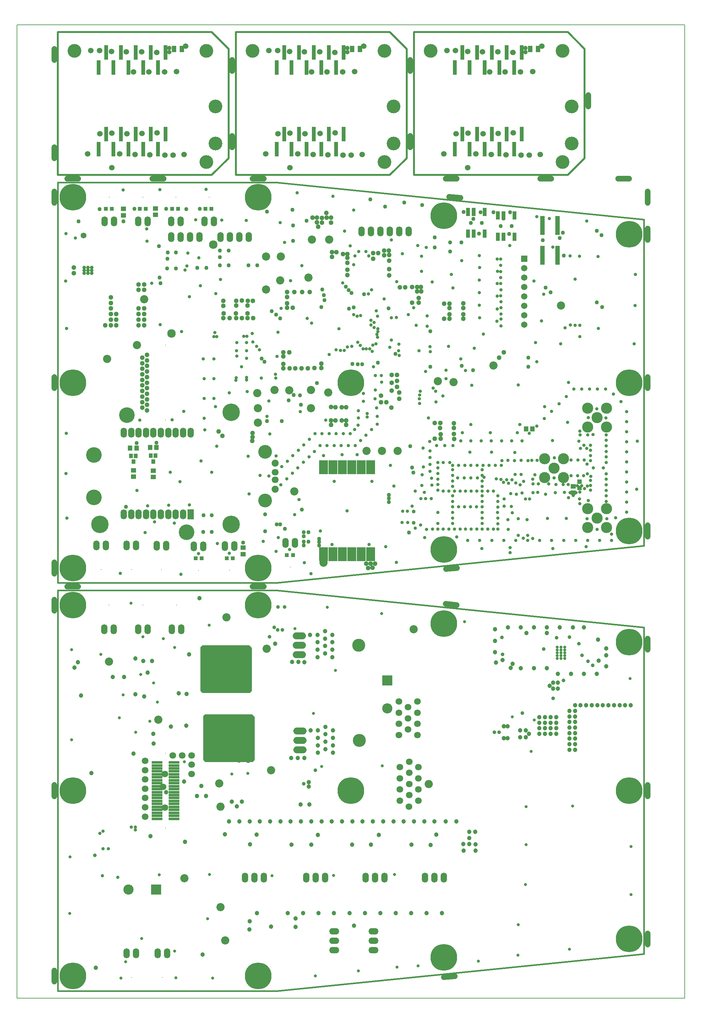
<source format=gbs>
G04 Layer_Color=16711935*
%FSLAX44Y44*%
%MOMM*%
G71*
G01*
G75*
%ADD47C,0.5000*%
%ADD53C,0.2000*%
%ADD55C,0.4000*%
%ADD102C,1.3000*%
%ADD132C,1.5000*%
%ADD146R,2.9032X0.7032*%
%ADD149R,1.0032X1.2032*%
%ADD157R,1.2032X1.7032*%
%ADD160R,1.2032X1.2032*%
%ADD169R,1.3208X1.2192*%
%ADD170R,1.2192X1.3208*%
%ADD190R,1.0160X1.0160*%
%ADD192C,0.2032*%
%ADD193C,4.2032*%
%ADD194C,4.7032*%
%ADD195O,1.7032X2.7032*%
%ADD196R,1.7032X2.7032*%
%ADD197C,1.1032*%
%ADD198O,1.7032X2.7032*%
%ADD199C,1.9032*%
%ADD200O,1.9032X1.7032*%
%ADD201C,3.7032*%
%ADD202C,3.0032*%
%ADD203C,1.0162*%
%ADD204C,7.2032*%
%ADD205C,1.0032*%
%ADD206C,2.2032*%
%ADD207C,1.7032*%
%ADD208R,1.7032X1.7032*%
%ADD209C,0.9000*%
%ADD210C,1.1000*%
%ADD211C,2.3000*%
%ADD212C,1.5700*%
%ADD213C,0.8032*%
%ADD214O,3.5560X1.8796*%
%ADD215C,3.5052*%
%ADD216R,2.7432X2.7432*%
%ADD217C,2.7432*%
%ADD218R,2.7432X2.7432*%
%ADD219O,2.7032X1.7032*%
%ADD220C,1.8032*%
%ADD221C,1.2032*%
%ADD222C,0.9032*%
%ADD223C,1.5032*%
%ADD224R,2.4932X3.7032*%
%ADD225R,1.0032X2.2032*%
%ADD226R,1.2032X5.2032*%
%ADD227R,1.0032X3.9032*%
G36*
X764000Y986000D02*
X771000Y979000D01*
Y863000D01*
X765000Y857000D01*
X638000D01*
X632000Y863000D01*
X632000Y981000D01*
X637000Y986000D01*
X764000Y986000D01*
D02*
G37*
G36*
X756000Y1172000D02*
X763000Y1165000D01*
Y1049000D01*
X757000Y1043000D01*
X630000D01*
X624000Y1049000D01*
X624000Y1167000D01*
X629000Y1172000D01*
X756000Y1172000D01*
D02*
G37*
D47*
X240000Y2825000D02*
Y2440000D01*
X655000D01*
X700000Y2485000D02*
X655000Y2440000D01*
X700000Y2780000D02*
Y2485000D01*
X655000Y2825000D02*
X700000Y2780000D01*
X240000Y2825000D02*
X655000D01*
X720000D02*
Y2440000D01*
X1135000D01*
X1180000Y2485000D02*
X1135000Y2440000D01*
X1180000Y2780000D02*
Y2485000D01*
X1135000Y2825000D02*
X1180000Y2780000D01*
X720000Y2825000D02*
X1135000D01*
X1200000D02*
Y2440000D01*
X1615000D01*
X1660000Y2485000D02*
X1615000Y2440000D01*
X1660000Y2780000D02*
Y2485000D01*
X1615000Y2825000D02*
X1660000Y2780000D01*
X1200000Y2825000D02*
X1615000D01*
D53*
X130000Y220000D02*
Y2845000D01*
X1930000D01*
Y220000D02*
Y2845000D01*
X130000Y220000D02*
X1930000D01*
D55*
X240000Y1340000D02*
Y2420000D01*
X830000D01*
X1820000Y2320000D01*
X240000Y1340000D02*
X830000D01*
X1820000Y1440000D02*
Y2320000D01*
X830000Y1340000D02*
X1820000Y1440000D01*
X240000Y240000D02*
Y1320000D01*
Y240000D02*
X830000D01*
X1820000Y340000D01*
X240000Y1320000D02*
X830000D01*
X1820000Y1220000D01*
Y340000D02*
Y1220000D01*
D102*
X1153805Y1900540D02*
D03*
X1111000Y1827000D02*
D03*
X1125000D02*
D03*
X1088500Y1380833D02*
D03*
X1076500Y1380500D02*
D03*
X1070750Y1392000D02*
D03*
X1094500D02*
D03*
X1082750Y1392250D02*
D03*
X764000Y1723000D02*
D03*
X764250Y1733500D02*
D03*
X764500Y1744250D02*
D03*
X848000Y1951000D02*
D03*
X1103000Y2229000D02*
D03*
X1090000D02*
D03*
Y2214000D02*
D03*
X858000Y2094000D02*
D03*
X1111000Y1845000D02*
D03*
X848000Y1962000D02*
D03*
X864000D02*
D03*
X397500Y2035000D02*
D03*
X382500D02*
D03*
X367500D02*
D03*
X397500Y2050000D02*
D03*
Y2065000D02*
D03*
X382500Y2050000D02*
D03*
Y2065000D02*
D03*
Y2080000D02*
D03*
Y2095000D02*
D03*
Y2110000D02*
D03*
X282500Y2190000D02*
D03*
Y2175000D02*
D03*
X472500Y2035000D02*
D03*
X457500D02*
D03*
X472500Y2050000D02*
D03*
X457500D02*
D03*
X472500Y2065000D02*
D03*
X457500D02*
D03*
X472500Y2080000D02*
D03*
X457500D02*
D03*
X472500Y2130000D02*
D03*
X457500D02*
D03*
X472500Y2145000D02*
D03*
X457500D02*
D03*
X480000Y1805000D02*
D03*
Y1820000D02*
D03*
Y1835000D02*
D03*
Y1850000D02*
D03*
Y1865000D02*
D03*
Y1880000D02*
D03*
Y1895000D02*
D03*
Y1910000D02*
D03*
Y1925000D02*
D03*
Y1940000D02*
D03*
Y1955000D02*
D03*
X467500Y1947500D02*
D03*
Y1932500D02*
D03*
Y1917500D02*
D03*
Y1902500D02*
D03*
Y1887500D02*
D03*
Y1872500D02*
D03*
Y1857500D02*
D03*
Y1842500D02*
D03*
Y1827500D02*
D03*
Y1812500D02*
D03*
X873000Y2082000D02*
D03*
X858000D02*
D03*
X1429250Y1947250D02*
D03*
X1442000Y1961750D02*
D03*
X964250Y2324750D02*
D03*
X976250D02*
D03*
X976500Y2311750D02*
D03*
X951750D02*
D03*
Y2324250D02*
D03*
X926750Y2324750D02*
D03*
X938500Y2325000D02*
D03*
Y2312000D02*
D03*
X963750Y2337750D02*
D03*
X942000Y2300750D02*
D03*
X857750Y2110750D02*
D03*
X857500Y2124000D02*
D03*
X877500Y2124250D02*
D03*
X898500D02*
D03*
X918500D02*
D03*
X1008500Y2227000D02*
D03*
X1020650D02*
D03*
X1020500Y2216250D02*
D03*
Y2203000D02*
D03*
Y2184750D02*
D03*
Y2170250D02*
D03*
X1119500Y2223750D02*
D03*
Y2236250D02*
D03*
X1132500D02*
D03*
X1132750Y2224000D02*
D03*
X1133000Y2209250D02*
D03*
X1133250Y2186250D02*
D03*
X1133304Y2169553D02*
D03*
X1208250Y2125750D02*
D03*
X1219000D02*
D03*
X1218750Y2137750D02*
D03*
X1208000D02*
D03*
X1194750Y2137500D02*
D03*
X1176500Y2137000D02*
D03*
X1161750D02*
D03*
X1194750Y2095750D02*
D03*
X1212750D02*
D03*
X1212500Y2108250D02*
D03*
X979250Y2219000D02*
D03*
X979000Y2232000D02*
D03*
X991000Y2232250D02*
D03*
X847750Y1930750D02*
D03*
X847500Y1918500D02*
D03*
X864250Y1918750D02*
D03*
X879500D02*
D03*
X897000Y1919000D02*
D03*
X913750D02*
D03*
X931500Y1919250D02*
D03*
X949750Y1919500D02*
D03*
Y1931250D02*
D03*
X686500Y2067000D02*
D03*
X686250Y2054000D02*
D03*
X703250D02*
D03*
X720250D02*
D03*
X735750D02*
D03*
X751000Y2066750D02*
D03*
X720000D02*
D03*
X751500Y2088000D02*
D03*
X720500D02*
D03*
X686000Y2087500D02*
D03*
X686250Y2100500D02*
D03*
X720500Y2100750D02*
D03*
X736250Y2101250D02*
D03*
X751750Y2100750D02*
D03*
X765750Y2101000D02*
D03*
X766750Y2054250D02*
D03*
X751000Y2054000D02*
D03*
X1307750Y1741250D02*
D03*
X1308000Y1728500D02*
D03*
X1271750Y1728750D02*
D03*
X1255750D02*
D03*
X1271500Y1741000D02*
D03*
X1270500Y1758000D02*
D03*
X1307250Y1757750D02*
D03*
X1307000Y1770500D02*
D03*
X1270750Y1771000D02*
D03*
X1255750D02*
D03*
X1295500Y2064500D02*
D03*
X1333000D02*
D03*
Y2052500D02*
D03*
X1295750Y2052750D02*
D03*
X1281250Y2052500D02*
D03*
X1295250Y2081250D02*
D03*
X1332750D02*
D03*
X1332500Y2093500D02*
D03*
X1295500Y2093000D02*
D03*
X1281500Y2093250D02*
D03*
X988250Y1778000D02*
D03*
Y1814000D02*
D03*
X976250Y1814250D02*
D03*
Y1778250D02*
D03*
X976000Y1766250D02*
D03*
X1005000Y1777750D02*
D03*
Y1813750D02*
D03*
X1017250D02*
D03*
Y1778000D02*
D03*
Y1766000D02*
D03*
X1139250Y1812750D02*
D03*
X1160400Y1836750D02*
D03*
Y1853250D02*
D03*
X1154250Y1869000D02*
D03*
X1154500Y1884500D02*
D03*
X1139500Y1901250D02*
D03*
Y1879500D02*
D03*
X1140000Y1858250D02*
D03*
X683250Y1736250D02*
D03*
X673250Y1748250D02*
D03*
D132*
X1295038Y2380872D02*
X1324924Y2378257D01*
X1280314Y276617D02*
X1310200Y279231D01*
X1830000Y2365000D02*
Y2395000D01*
X1750000Y2430000D02*
X1780000D01*
X1540000D02*
X1570000D01*
X1285000D02*
X1315000D01*
X495000D02*
X525000D01*
X765000D02*
X795000D01*
X1670000Y2625000D02*
Y2655000D01*
X1190000Y2720000D02*
Y2750000D01*
Y2515000D02*
Y2545000D01*
X710000Y2515000D02*
Y2545000D01*
Y2720000D02*
Y2750000D01*
X230000D02*
Y2780000D01*
Y2485000D02*
Y2515000D01*
Y2365000D02*
Y2395000D01*
Y1865000D02*
Y1895000D01*
Y1365000D02*
Y1395000D01*
Y1265000D02*
Y1295000D01*
Y765000D02*
Y795000D01*
Y265000D02*
Y295000D01*
X1830000Y365000D02*
Y395000D01*
Y765000D02*
Y795000D01*
Y1160000D02*
Y1190000D01*
Y2265000D02*
Y2295000D01*
Y1865000D02*
Y1895000D01*
Y1465000D02*
Y1495000D01*
X1285314Y1283231D02*
X1315200Y1280617D01*
X1286314Y1377617D02*
X1316200Y1380231D01*
X765000Y1330000D02*
X795000Y1330000D01*
X265000Y2430000D02*
X295000D01*
X265000Y1330000D02*
X295000D01*
D146*
X507000Y704000D02*
D03*
X553000D02*
D03*
X507000Y712000D02*
D03*
X553000D02*
D03*
X507000Y720000D02*
D03*
X553000D02*
D03*
X507000Y728000D02*
D03*
X553000D02*
D03*
X507000Y736000D02*
D03*
X553000D02*
D03*
X507000Y744000D02*
D03*
X553000D02*
D03*
X507000Y752000D02*
D03*
X553000D02*
D03*
X507000Y760000D02*
D03*
X553000D02*
D03*
X507000Y768000D02*
D03*
X553000D02*
D03*
X507000Y776000D02*
D03*
X553000D02*
D03*
X507000Y784000D02*
D03*
X553000D02*
D03*
X507000Y792000D02*
D03*
X553000D02*
D03*
X507000Y800000D02*
D03*
X553000D02*
D03*
X507000Y808000D02*
D03*
X553000D02*
D03*
X507000Y816000D02*
D03*
X553000D02*
D03*
X507000Y824000D02*
D03*
X553000D02*
D03*
X507000Y832000D02*
D03*
X553000D02*
D03*
X507000Y840000D02*
D03*
X553000D02*
D03*
X507000Y848000D02*
D03*
X553000D02*
D03*
Y856000D02*
D03*
X507000D02*
D03*
D149*
X443500Y1666750D02*
D03*
X450000Y1682750D02*
D03*
X437000D02*
D03*
X496750Y1667250D02*
D03*
X503250Y1683250D02*
D03*
X490250D02*
D03*
D157*
X574000Y2780000D02*
D03*
X553000D02*
D03*
X1054000D02*
D03*
X1033000D02*
D03*
X1534000D02*
D03*
X1513000D02*
D03*
D160*
X1646250Y1612750D02*
D03*
Y1595750D02*
D03*
D169*
X1628750Y1600250D02*
D03*
Y1583114D02*
D03*
X503000Y2332250D02*
D03*
Y2349386D02*
D03*
X416500Y2331250D02*
D03*
Y2348386D02*
D03*
X443500Y1643250D02*
D03*
Y1626114D02*
D03*
X497250Y1643000D02*
D03*
Y1625864D02*
D03*
X739250Y1434750D02*
D03*
Y1417614D02*
D03*
D170*
X1502000Y1755500D02*
D03*
X1519136D02*
D03*
X452000Y1703750D02*
D03*
X434864D02*
D03*
X505500Y1705500D02*
D03*
X488364D02*
D03*
D190*
X477000Y2349000D02*
D03*
X460872D02*
D03*
X653500Y2348750D02*
D03*
X637372D02*
D03*
X563750D02*
D03*
X547622D02*
D03*
X385000Y2348500D02*
D03*
X368872D02*
D03*
X873500Y1415000D02*
D03*
X857372D02*
D03*
X627250Y1406500D02*
D03*
X611122D02*
D03*
X711000Y1406000D02*
D03*
X694872D02*
D03*
D192*
X1324924Y2378257D02*
D03*
X1314962Y2379128D02*
D03*
X1295038Y2380872D02*
D03*
X1305000Y2380000D02*
D03*
X1280314Y276617D02*
D03*
X1290276Y277488D02*
D03*
X1310200Y279231D02*
D03*
X1300238Y278360D02*
D03*
X1830000Y2365000D02*
D03*
Y2375000D02*
D03*
Y2395000D02*
D03*
Y2385000D02*
D03*
X1770000Y2430000D02*
D03*
X1780000D02*
D03*
X1760000D02*
D03*
X1750000D02*
D03*
X1540000D02*
D03*
X1550000D02*
D03*
X1570000D02*
D03*
X1560000D02*
D03*
X1285000D02*
D03*
X1295000D02*
D03*
X1315000D02*
D03*
X1305000D02*
D03*
X495000D02*
D03*
X505000D02*
D03*
X525000D02*
D03*
X515000D02*
D03*
X765000D02*
D03*
X775000D02*
D03*
X795000D02*
D03*
X785000D02*
D03*
X1670000Y2645000D02*
D03*
Y2655000D02*
D03*
Y2635000D02*
D03*
Y2625000D02*
D03*
X1190000Y2740000D02*
D03*
Y2750000D02*
D03*
Y2730000D02*
D03*
Y2720000D02*
D03*
Y2535000D02*
D03*
Y2545000D02*
D03*
Y2525000D02*
D03*
Y2515000D02*
D03*
X710000Y2535000D02*
D03*
Y2545000D02*
D03*
Y2525000D02*
D03*
Y2515000D02*
D03*
Y2740000D02*
D03*
Y2750000D02*
D03*
Y2730000D02*
D03*
Y2720000D02*
D03*
X230000Y2770000D02*
D03*
Y2780000D02*
D03*
Y2760000D02*
D03*
Y2750000D02*
D03*
Y2505000D02*
D03*
Y2515000D02*
D03*
Y2495000D02*
D03*
Y2485000D02*
D03*
Y2385000D02*
D03*
Y2395000D02*
D03*
Y2375000D02*
D03*
Y2365000D02*
D03*
Y1885000D02*
D03*
Y1895000D02*
D03*
Y1875000D02*
D03*
Y1865000D02*
D03*
Y1385000D02*
D03*
Y1395000D02*
D03*
Y1375000D02*
D03*
Y1365000D02*
D03*
Y1285000D02*
D03*
Y1295000D02*
D03*
Y1275000D02*
D03*
Y1265000D02*
D03*
Y785000D02*
D03*
Y795000D02*
D03*
Y775000D02*
D03*
Y765000D02*
D03*
Y285000D02*
D03*
Y295000D02*
D03*
Y275000D02*
D03*
Y265000D02*
D03*
X1830000Y385000D02*
D03*
Y395000D02*
D03*
Y375000D02*
D03*
Y365000D02*
D03*
Y785000D02*
D03*
Y795000D02*
D03*
Y775000D02*
D03*
Y765000D02*
D03*
Y1180000D02*
D03*
Y1190000D02*
D03*
Y1170000D02*
D03*
Y1160000D02*
D03*
Y2285000D02*
D03*
Y2295000D02*
D03*
Y2275000D02*
D03*
Y2265000D02*
D03*
Y1885000D02*
D03*
Y1895000D02*
D03*
Y1875000D02*
D03*
Y1865000D02*
D03*
Y1485000D02*
D03*
Y1495000D02*
D03*
Y1475000D02*
D03*
Y1465000D02*
D03*
X1295276Y1282360D02*
D03*
X1285314Y1283231D02*
D03*
X1305238Y1281488D02*
D03*
X1315200Y1280617D02*
D03*
X1306238Y1379360D02*
D03*
X1316200Y1380231D02*
D03*
X1296276Y1378488D02*
D03*
X1286314Y1377617D02*
D03*
X785000Y1330000D02*
D03*
X795000D02*
D03*
X775000D02*
D03*
X765000D02*
D03*
X285000Y2430000D02*
D03*
X295000D02*
D03*
X275000D02*
D03*
X265000D02*
D03*
Y1330000D02*
D03*
X275000D02*
D03*
X295000D02*
D03*
X285000D02*
D03*
X378300Y2380000D02*
D03*
X557700D02*
D03*
X647500D02*
D03*
X469500D02*
D03*
X519000Y1375250D02*
D03*
X438000Y1376000D02*
D03*
X356500Y1376000D02*
D03*
X866000Y1383000D02*
D03*
X619000Y1373500D02*
D03*
X703000Y1374000D02*
D03*
X530000Y1779000D02*
D03*
Y1981000D02*
D03*
Y881000D02*
D03*
Y679000D02*
D03*
X378000Y1280000D02*
D03*
X438000Y276000D02*
D03*
X469500Y1280000D02*
D03*
X522000Y276000D02*
D03*
X560000Y1280000D02*
D03*
D193*
X586500Y1476750D02*
D03*
X426250Y1792500D02*
D03*
X336750Y1571000D02*
D03*
Y1685000D02*
D03*
D194*
X353500Y1498000D02*
D03*
X707500D02*
D03*
Y1800000D02*
D03*
D195*
X417500Y1745000D02*
D03*
X437500D02*
D03*
X457500D02*
D03*
X477500D02*
D03*
X497500D02*
D03*
X517500D02*
D03*
X537500D02*
D03*
X557500D02*
D03*
X577500D02*
D03*
X597500D02*
D03*
X417500Y1525000D02*
D03*
X437500D02*
D03*
X457500D02*
D03*
X477500D02*
D03*
X497500D02*
D03*
X517500D02*
D03*
X537500D02*
D03*
X557500D02*
D03*
X577500D02*
D03*
D196*
X597500D02*
D03*
D197*
X1433500Y2302000D02*
D03*
X1463500D02*
D03*
X1353000Y2311000D02*
D03*
X1383000D02*
D03*
D198*
X391000Y2315000D02*
D03*
X365600D02*
D03*
X570400D02*
D03*
X545000D02*
D03*
X660200D02*
D03*
X634800D02*
D03*
X482200D02*
D03*
X456800D02*
D03*
X506300Y1440250D02*
D03*
X531700D02*
D03*
X425300Y1441000D02*
D03*
X450700D02*
D03*
X343800Y1441000D02*
D03*
X369200D02*
D03*
X853300Y1448000D02*
D03*
X878700D02*
D03*
X606300Y1438500D02*
D03*
X631700D02*
D03*
X690300Y1439000D02*
D03*
X715700D02*
D03*
X1058800Y2287500D02*
D03*
X1084200D02*
D03*
X1160400D02*
D03*
X1185800D02*
D03*
X1135000D02*
D03*
X1109600D02*
D03*
X621200Y2272500D02*
D03*
X595800D02*
D03*
X545000D02*
D03*
X570400D02*
D03*
X754750Y2272750D02*
D03*
X729350D02*
D03*
X678550D02*
D03*
X703950D02*
D03*
X390700Y1215000D02*
D03*
X365300D02*
D03*
X769600Y545000D02*
D03*
X795000D02*
D03*
X744200D02*
D03*
X934600D02*
D03*
X960000D02*
D03*
X909200D02*
D03*
X1094600D02*
D03*
X1120000D02*
D03*
X1069200D02*
D03*
X1254600D02*
D03*
X1280000D02*
D03*
X1229200D02*
D03*
X425300Y341000D02*
D03*
X450700D02*
D03*
X482200Y1215000D02*
D03*
X456800D02*
D03*
X509300Y341000D02*
D03*
X534700D02*
D03*
X572700Y1215000D02*
D03*
X547300D02*
D03*
D199*
X825500Y1663000D02*
D03*
Y1593000D02*
D03*
D200*
Y1638000D02*
D03*
Y1618000D02*
D03*
D201*
X798500Y1562300D02*
D03*
Y1693700D02*
D03*
X285000Y2775000D02*
D03*
X640000Y2475000D02*
D03*
Y2775000D02*
D03*
X665000Y2525000D02*
D03*
Y2625000D02*
D03*
X765000Y2775000D02*
D03*
X1120000Y2475000D02*
D03*
Y2775000D02*
D03*
X1145000Y2525000D02*
D03*
Y2625000D02*
D03*
X1245000Y2775000D02*
D03*
X1600000Y2475000D02*
D03*
Y2775000D02*
D03*
X1625000Y2525000D02*
D03*
Y2625000D02*
D03*
D202*
X1602807Y1624339D02*
D03*
X1552007D02*
D03*
Y1675139D02*
D03*
X1602807D02*
D03*
X1577407Y1649739D02*
D03*
X1718750Y1489000D02*
D03*
X1667950D02*
D03*
Y1539800D02*
D03*
X1718750D02*
D03*
X1693350Y1514400D02*
D03*
X1718750Y1760000D02*
D03*
X1667950D02*
D03*
Y1810800D02*
D03*
X1718750D02*
D03*
X1693350Y1785400D02*
D03*
D203*
X1199000Y1502423D02*
D03*
Y1532423D02*
D03*
D204*
X1030000Y1880000D02*
D03*
X280000D02*
D03*
Y1380000D02*
D03*
X780000D02*
D03*
X1280000Y1430000D02*
D03*
X1780000Y1880000D02*
D03*
Y2280000D02*
D03*
X1280000Y2330000D02*
D03*
X780000Y2380000D02*
D03*
X280000D02*
D03*
X1780000Y1480000D02*
D03*
X280000Y1280000D02*
D03*
X780000D02*
D03*
X1280000Y1230000D02*
D03*
X1780000Y1180000D02*
D03*
Y780000D02*
D03*
Y380000D02*
D03*
X1280000Y330000D02*
D03*
X780000Y280000D02*
D03*
X280000D02*
D03*
Y780000D02*
D03*
X1030000D02*
D03*
D205*
X331000Y2183000D02*
D03*
X321000D02*
D03*
X311000D02*
D03*
X331000Y2190500D02*
D03*
X321000D02*
D03*
X311000D02*
D03*
Y2175500D02*
D03*
X331000D02*
D03*
X321000D02*
D03*
X1682000Y1118000D02*
D03*
X1575250Y1028500D02*
D03*
X1438516Y1147362D02*
D03*
X1669000Y1129000D02*
D03*
X845500Y1213000D02*
D03*
X934000Y835250D02*
D03*
X1437000Y1193000D02*
D03*
X1549558Y1161442D02*
D03*
X1619000Y1194000D02*
D03*
X1417000Y937500D02*
D03*
X1429000D02*
D03*
X1653000Y1145000D02*
D03*
X1584000Y1192000D02*
D03*
X339250Y605750D02*
D03*
X902250Y798500D02*
D03*
X850750Y1275250D02*
D03*
X833500D02*
D03*
X832500Y1213500D02*
D03*
X810250Y1195000D02*
D03*
X823250Y1220000D02*
D03*
X1492000Y989000D02*
D03*
X1603000Y1077000D02*
D03*
X1644000Y1176000D02*
D03*
D206*
X801000Y2131000D02*
D03*
X841000Y2220000D02*
D03*
X472500Y2105000D02*
D03*
X453500Y1981250D02*
D03*
X924500Y2265500D02*
D03*
X372250Y1944250D02*
D03*
X971500Y2265500D02*
D03*
X1306250Y1881000D02*
D03*
X1264500Y1884000D02*
D03*
X801000Y2220000D02*
D03*
X839000Y2156000D02*
D03*
X915500Y2163500D02*
D03*
X824000Y1860000D02*
D03*
X922000Y1860500D02*
D03*
X863750Y1859750D02*
D03*
X922500Y1811000D02*
D03*
X968750Y1853250D02*
D03*
X778750Y1771750D02*
D03*
Y1811500D02*
D03*
X777250Y1851750D02*
D03*
X1414000Y1926250D02*
D03*
X1596250Y2088250D02*
D03*
X956000Y1394500D02*
D03*
X1072250Y1695750D02*
D03*
X1113250Y1696000D02*
D03*
X1155750Y1696250D02*
D03*
X877000Y1587000D02*
D03*
X691250Y376250D02*
D03*
X377500Y1128250D02*
D03*
X815000Y835000D02*
D03*
X694000Y1247000D02*
D03*
X1240000Y798000D02*
D03*
X802500Y1162500D02*
D03*
X1199000Y1215000D02*
D03*
X678500Y465750D02*
D03*
X581000Y544000D02*
D03*
X712000Y936000D02*
D03*
X682000D02*
D03*
Y906000D02*
D03*
X712000D02*
D03*
X672000Y966000D02*
D03*
Y876000D02*
D03*
X682000Y1092000D02*
D03*
X712000D02*
D03*
Y1122000D02*
D03*
X682000D02*
D03*
X722000Y1062000D02*
D03*
Y1152000D02*
D03*
X511000Y971000D02*
D03*
X675000Y799000D02*
D03*
X678500Y736250D02*
D03*
D207*
X1496886Y2036236D02*
D03*
Y2061636D02*
D03*
Y2087036D02*
D03*
Y2112436D02*
D03*
Y2137836D02*
D03*
Y2163236D02*
D03*
Y2188636D02*
D03*
D208*
Y2214036D02*
D03*
D209*
X1099552Y2010045D02*
D03*
X1258500Y1856500D02*
D03*
X1434750Y2051250D02*
D03*
X1088552Y1981044D02*
D03*
X1055050Y1980794D02*
D03*
X1676580Y1627027D02*
D03*
X1657079Y1629027D02*
D03*
X1667250Y1634000D02*
D03*
X1666500Y1660750D02*
D03*
X1506072Y1454268D02*
D03*
X1152750Y2055500D02*
D03*
X1326000Y1944250D02*
D03*
X1102802Y2025546D02*
D03*
X1102500Y2018000D02*
D03*
X1101500Y2002500D02*
D03*
X1097000Y1985000D02*
D03*
X1139000Y1994750D02*
D03*
X1012500Y2288250D02*
D03*
X834000Y1462250D02*
D03*
X755500Y1580000D02*
D03*
X543250Y1638750D02*
D03*
X763500Y2012500D02*
D03*
X1286000Y1890750D02*
D03*
X1355500Y1872500D02*
D03*
X867250Y2155000D02*
D03*
X619750Y2216750D02*
D03*
X678000Y2158000D02*
D03*
X752750Y1681750D02*
D03*
X1459000Y1435500D02*
D03*
X1382500Y1432500D02*
D03*
X1224500Y1703750D02*
D03*
X1225000Y1652750D02*
D03*
X1238750Y1784750D02*
D03*
X1259500Y1827750D02*
D03*
X1251250Y1865000D02*
D03*
X1564750Y2322500D02*
D03*
X1531250Y2327250D02*
D03*
X1665500Y2315500D02*
D03*
X1634000Y2158750D02*
D03*
X897250Y2195750D02*
D03*
X1168250Y2227500D02*
D03*
X1233000Y2245000D02*
D03*
X1304750Y2135250D02*
D03*
X1037500Y2345250D02*
D03*
X1543500Y2046500D02*
D03*
X1458000Y2249750D02*
D03*
X1231000Y1910500D02*
D03*
X1293000Y1978000D02*
D03*
X1386750Y2011000D02*
D03*
X884750Y2392250D02*
D03*
X981500Y2382750D02*
D03*
X1248750Y2151500D02*
D03*
X1634200Y2035000D02*
D03*
X1595000Y1984750D02*
D03*
X1530750Y1936500D02*
D03*
X1362250Y1973000D02*
D03*
X1338750Y1912500D02*
D03*
X1286500Y1913250D02*
D03*
X1480750Y1873750D02*
D03*
X1549250Y2118750D02*
D03*
X1527750Y1988250D02*
D03*
X1328250Y2209250D02*
D03*
X1220500Y2221250D02*
D03*
X1574500Y2245250D02*
D03*
X480250Y2261750D02*
D03*
X493250Y2148000D02*
D03*
X624250Y2141250D02*
D03*
X594250Y2111750D02*
D03*
X516000Y2036250D02*
D03*
X665500Y2120500D02*
D03*
X573000Y2018000D02*
D03*
X1695750Y2220000D02*
D03*
X1696500Y2025750D02*
D03*
X262000Y1635250D02*
D03*
X408500Y1365500D02*
D03*
X264500Y1514500D02*
D03*
X263000Y1743500D02*
D03*
X261250Y2153750D02*
D03*
X263500Y2025750D02*
D03*
X261750Y2282000D02*
D03*
X639000Y2401250D02*
D03*
X514750Y2400750D02*
D03*
X415500Y2399500D02*
D03*
X479750Y2294250D02*
D03*
X611750Y2318750D02*
D03*
X851000Y2258250D02*
D03*
X839500Y2311750D02*
D03*
X747750Y2317000D02*
D03*
X681500Y2318250D02*
D03*
X1219750Y2180250D02*
D03*
X1139250Y2264500D02*
D03*
X1085750Y2130250D02*
D03*
X990250Y1968500D02*
D03*
X1616000Y1880250D02*
D03*
X1552250Y1815000D02*
D03*
X1485500Y1766750D02*
D03*
X1277500Y1843750D02*
D03*
X1353500Y1766750D02*
D03*
X1235000Y2060000D02*
D03*
X1235500Y2031750D02*
D03*
X1119250Y2105750D02*
D03*
X1184750Y2063000D02*
D03*
X1198750Y2081750D02*
D03*
X1159250Y1983500D02*
D03*
X1135000Y1975250D02*
D03*
X1160000Y1953750D02*
D03*
X1478250Y1744750D02*
D03*
X1405500D02*
D03*
X1330500Y1745250D02*
D03*
X1242500Y1721000D02*
D03*
X1006250Y1685500D02*
D03*
X1046250D02*
D03*
X1086000Y1613500D02*
D03*
X984500D02*
D03*
X889750Y1564750D02*
D03*
X1019500Y1534250D02*
D03*
X1078750Y1443500D02*
D03*
X978500D02*
D03*
X1123750Y1437500D02*
D03*
X1145500Y1601250D02*
D03*
X1136000Y1657250D02*
D03*
X955750Y1683000D02*
D03*
X947750Y1480250D02*
D03*
X877750Y1524000D02*
D03*
X864250Y1430250D02*
D03*
X828500Y1424750D02*
D03*
X655000Y1638500D02*
D03*
X784750Y1629500D02*
D03*
X971500Y1955500D02*
D03*
X809000Y1830250D02*
D03*
X750500Y1856250D02*
D03*
X962250Y1778750D02*
D03*
X811500Y1742000D02*
D03*
X571500Y1363500D02*
D03*
X670000Y1446000D02*
D03*
X500750Y1504500D02*
D03*
X553750Y1501000D02*
D03*
X594750Y1550000D02*
D03*
X667750Y1708500D02*
D03*
X625500Y1668500D02*
D03*
X568750Y1612750D02*
D03*
X538250Y1549500D02*
D03*
X481750Y1548000D02*
D03*
X636250Y1753000D02*
D03*
X460750Y1779000D02*
D03*
X579250Y1802250D02*
D03*
X547750Y1779750D02*
D03*
X634250Y1784250D02*
D03*
X664500Y1815250D02*
D03*
X788000Y1892000D02*
D03*
X702000Y1853000D02*
D03*
X830500Y1950750D02*
D03*
X783000Y1968250D02*
D03*
X735000Y1923000D02*
D03*
X663000Y2015250D02*
D03*
X1732500Y1471750D02*
D03*
X1743250Y1515750D02*
D03*
X1203250Y1587250D02*
D03*
X1758000Y1829000D02*
D03*
X1737750Y1849500D02*
D03*
X1028250Y2249000D02*
D03*
X1210000Y2249750D02*
D03*
X1153000Y2152250D02*
D03*
X1216750Y1856750D02*
D03*
X1087250Y1964750D02*
D03*
X1213000Y1966250D02*
D03*
X1205750Y2034750D02*
D03*
X1523000Y2153750D02*
D03*
X1646250Y2221000D02*
D03*
X1620500Y2221500D02*
D03*
X1376250Y2222750D02*
D03*
X1376500Y2190000D02*
D03*
X1376000Y2156750D02*
D03*
Y2123000D02*
D03*
Y2089000D02*
D03*
X1376500Y2055000D02*
D03*
X1424500Y2213000D02*
D03*
X1424750Y2180500D02*
D03*
X1424500Y2147000D02*
D03*
X1424250Y2113000D02*
D03*
X1424500Y2078750D02*
D03*
X1434000Y2082000D02*
D03*
X1433750Y2114500D02*
D03*
X1433250Y2147500D02*
D03*
Y2196250D02*
D03*
X1433500Y2213000D02*
D03*
X1433250Y2179500D02*
D03*
Y2163500D02*
D03*
X1434250Y2130500D02*
D03*
Y2098500D02*
D03*
X1434750Y2065250D02*
D03*
Y2032750D02*
D03*
X1423750Y2045250D02*
D03*
X1519500Y1459500D02*
D03*
X1243750Y1963500D02*
D03*
X1243250Y1977250D02*
D03*
X1494250Y1460500D02*
D03*
X1098000Y2073750D02*
D03*
X1102000Y2058750D02*
D03*
X922500Y1364750D02*
D03*
X904750Y1394250D02*
D03*
X793500Y1452250D02*
D03*
X475500Y1475750D02*
D03*
X1002000Y1967170D02*
D03*
X1012250Y1966500D02*
D03*
X826500Y1902500D02*
D03*
X827250Y1892000D02*
D03*
X1020750Y1976250D02*
D03*
X1032500Y1977500D02*
D03*
X923500Y2040250D02*
D03*
X911750Y2053000D02*
D03*
X803500Y1789500D02*
D03*
X893500Y1801750D02*
D03*
X588000Y2195000D02*
D03*
X1077000Y2119000D02*
D03*
X1078000Y2222000D02*
D03*
X1037000Y2198000D02*
D03*
X1041000Y2222000D02*
D03*
X1051000Y2234000D02*
D03*
X1070000D02*
D03*
X1434000Y1619250D02*
D03*
X1388500Y1624750D02*
D03*
X1718250Y1664500D02*
D03*
Y1679500D02*
D03*
X1675500Y1697250D02*
D03*
X1718250Y1709500D02*
D03*
Y1724500D02*
D03*
Y1634500D02*
D03*
Y1619500D02*
D03*
Y1604500D02*
D03*
Y1589500D02*
D03*
Y1574500D02*
D03*
X1675750Y1616000D02*
D03*
Y1670000D02*
D03*
X1675500Y1683250D02*
D03*
X1602250Y1605500D02*
D03*
X1582250D02*
D03*
X1668298Y1738929D02*
D03*
X1648750Y1703000D02*
D03*
X1647332Y1738716D02*
D03*
X1517250Y1670750D02*
D03*
X1532000Y1670500D02*
D03*
X1525500Y1631500D02*
D03*
X1520250Y1619750D02*
D03*
X1279000Y1485000D02*
D03*
X1294000D02*
D03*
X1309000D02*
D03*
X1324000D02*
D03*
X1339000D02*
D03*
X1354000D02*
D03*
X1369000D02*
D03*
X1384000D02*
D03*
X1399000D02*
D03*
X1414000D02*
D03*
X1425500Y1484750D02*
D03*
Y1499750D02*
D03*
Y1514750D02*
D03*
X1425000Y1529750D02*
D03*
X1425500Y1544750D02*
D03*
Y1559750D02*
D03*
Y1574750D02*
D03*
X1414000Y1587500D02*
D03*
X1399000D02*
D03*
X1384000D02*
D03*
X1369000D02*
D03*
X1354000D02*
D03*
X1339000D02*
D03*
X1324000D02*
D03*
X1309000D02*
D03*
X1294000D02*
D03*
X1279000D02*
D03*
X1264000Y1485000D02*
D03*
Y1500000D02*
D03*
Y1530000D02*
D03*
X1218250Y1567500D02*
D03*
X1231500Y1567500D02*
D03*
X1248000Y1604000D02*
D03*
X1264000Y1590000D02*
D03*
Y1605000D02*
D03*
Y1620000D02*
D03*
Y1635000D02*
D03*
Y1650000D02*
D03*
Y1665000D02*
D03*
X1304000Y1500000D02*
D03*
Y1515000D02*
D03*
Y1530000D02*
D03*
Y1545500D02*
D03*
Y1560000D02*
D03*
Y1575000D02*
D03*
X1384000D02*
D03*
Y1560000D02*
D03*
X1384000Y1545500D02*
D03*
X1384000Y1530000D02*
D03*
Y1515000D02*
D03*
Y1500000D02*
D03*
X1304000Y1600000D02*
D03*
Y1615000D02*
D03*
Y1630000D02*
D03*
Y1645000D02*
D03*
Y1657000D02*
D03*
X1384000Y1600000D02*
D03*
Y1615000D02*
D03*
Y1630000D02*
D03*
Y1645000D02*
D03*
X1386031Y1657000D02*
D03*
X1520500Y1606750D02*
D03*
X1535500D02*
D03*
X1659000Y1671000D02*
D03*
X1718000Y1559750D02*
D03*
X1279000Y1665000D02*
D03*
X1296500D02*
D03*
X1074000Y1787500D02*
D03*
Y1797000D02*
D03*
X1621750Y2035250D02*
D03*
X1647000Y2034750D02*
D03*
X748750Y1887000D02*
D03*
Y1893750D02*
D03*
X720250Y1893250D02*
D03*
X720000Y1886750D02*
D03*
X722250Y1952000D02*
D03*
X748250Y1945750D02*
D03*
X668250Y2004500D02*
D03*
X660500D02*
D03*
X741250Y2004750D02*
D03*
X749250D02*
D03*
X721750Y1966250D02*
D03*
X632000Y1943750D02*
D03*
X634500Y1890500D02*
D03*
Y1837500D02*
D03*
X660500Y1944000D02*
D03*
X660250Y1890500D02*
D03*
Y1837500D02*
D03*
X1246500Y1567500D02*
D03*
X1158000Y1966250D02*
D03*
X1048500Y1988750D02*
D03*
X1055750Y2060500D02*
D03*
X1046750Y2059250D02*
D03*
X1138500Y2055250D02*
D03*
X1084000Y2048250D02*
D03*
Y2035500D02*
D03*
X1092250Y2042050D02*
D03*
Y2029000D02*
D03*
X1062750Y1971000D02*
D03*
X1071250D02*
D03*
X1080500D02*
D03*
X1215250Y1823500D02*
D03*
X1214500Y1836750D02*
D03*
X1215250Y1846500D02*
D03*
X997500Y2025250D02*
D03*
X1037500Y2063250D02*
D03*
X765250Y1989500D02*
D03*
X775750Y1977500D02*
D03*
X748250Y1965750D02*
D03*
Y1988000D02*
D03*
X722000Y1988250D02*
D03*
X1628750Y1575750D02*
D03*
X1621000Y1583000D02*
D03*
X1636500Y1583250D02*
D03*
X1659224Y1594329D02*
D03*
X1657536Y1710924D02*
D03*
X1577250Y1623000D02*
D03*
X1449263Y1618118D02*
D03*
X1463928Y1618300D02*
D03*
X1472250Y1632500D02*
D03*
X1488750D02*
D03*
X1320000Y1545500D02*
D03*
X1336000D02*
D03*
X1352000D02*
D03*
X1368000D02*
D03*
X1317250Y1623000D02*
D03*
X1335000D02*
D03*
X1352750D02*
D03*
X1370500D02*
D03*
X1562750Y1607250D02*
D03*
X1578250Y1677500D02*
D03*
X1718250Y1694500D02*
D03*
Y1739500D02*
D03*
X1675500Y1711010D02*
D03*
X1676000Y1603000D02*
D03*
X1693250Y1484500D02*
D03*
X1666750Y1513250D02*
D03*
X1719500Y1513000D02*
D03*
X1470500Y1670000D02*
D03*
X1435250Y1657000D02*
D03*
X1418844D02*
D03*
X1402437D02*
D03*
X1437250Y1670000D02*
D03*
X1453000Y1670250D02*
D03*
X1641500Y1671250D02*
D03*
X1623500Y1671000D02*
D03*
X1623000Y1629000D02*
D03*
X1641000Y1629250D02*
D03*
X1667250Y1600750D02*
D03*
X1488250Y1670250D02*
D03*
X1440750Y1611250D02*
D03*
X1486250Y1604500D02*
D03*
X1495250Y1614000D02*
D03*
X1462250Y1546500D02*
D03*
X1464500Y1529000D02*
D03*
X1481000Y1512750D02*
D03*
X1480750Y1468000D02*
D03*
X1504500Y1510500D02*
D03*
X1506750Y1468250D02*
D03*
X1453500Y1484500D02*
D03*
X1453250Y1510250D02*
D03*
X1344875Y1454250D02*
D03*
X1377188D02*
D03*
X1409500D02*
D03*
X1441812D02*
D03*
X1474125D02*
D03*
X1732625D02*
D03*
X1700312D02*
D03*
X1668000D02*
D03*
X1635687D02*
D03*
X1603375D02*
D03*
X1571062D02*
D03*
X1538750D02*
D03*
X1320406Y1657000D02*
D03*
X1336812D02*
D03*
X1353219D02*
D03*
X1369625D02*
D03*
X1717500Y1785250D02*
D03*
X1692250Y1809500D02*
D03*
X1669500Y1785500D02*
D03*
X1682750Y1740250D02*
D03*
X1669500Y1562500D02*
D03*
X1675500Y1590500D02*
D03*
X1773000Y1531250D02*
D03*
Y1558295D02*
D03*
Y1585341D02*
D03*
Y1612386D02*
D03*
Y1639432D02*
D03*
Y1666477D02*
D03*
Y1801704D02*
D03*
Y1774659D02*
D03*
Y1747614D02*
D03*
Y1720568D02*
D03*
Y1693523D02*
D03*
X1249500Y1484750D02*
D03*
X1233500Y1484500D02*
D03*
X1217250Y1495750D02*
D03*
X1228000Y1584250D02*
D03*
X1610786Y1842786D02*
D03*
X1590821Y1822821D02*
D03*
X1570857Y1802857D02*
D03*
X1550893Y1782893D02*
D03*
X1530928Y1762929D02*
D03*
X1510964Y1742964D02*
D03*
X1491000Y1723000D02*
D03*
X1463458D02*
D03*
X1435917D02*
D03*
X1408375D02*
D03*
X1380833D02*
D03*
X1353292D02*
D03*
X1325750D02*
D03*
X1243000Y1677800D02*
D03*
Y1659350D02*
D03*
Y1640900D02*
D03*
X1247500Y1622450D02*
D03*
X1454750Y1609000D02*
D03*
X1473750Y1609750D02*
D03*
X1507250Y1669750D02*
D03*
X1460750Y1580750D02*
D03*
X1442500Y1547000D02*
D03*
X1443000Y1566750D02*
D03*
X1475750Y1579500D02*
D03*
X1491250Y1582250D02*
D03*
X1521000Y1583750D02*
D03*
X1500000Y1566500D02*
D03*
X1511750Y1566000D02*
D03*
X1533250Y1584000D02*
D03*
X1555000Y1579250D02*
D03*
X1581000Y1583250D02*
D03*
X1605000Y1584000D02*
D03*
X1646750Y1585250D02*
D03*
X1646250Y1566250D02*
D03*
X1646500Y1553750D02*
D03*
X1616250Y1570000D02*
D03*
X1644500Y1722250D02*
D03*
X1647250Y1749250D02*
D03*
X1615750Y1605250D02*
D03*
X1560000Y1514000D02*
D03*
X1610500D02*
D03*
X1350250Y1692500D02*
D03*
X1409000D02*
D03*
X1471750Y1692000D02*
D03*
X1573000Y1723750D02*
D03*
X1613500Y1773000D02*
D03*
X1203250Y1487250D02*
D03*
X1243000Y1696250D02*
D03*
X1260750Y1710250D02*
D03*
X1282875D02*
D03*
X1305000D02*
D03*
X1194750Y1547250D02*
D03*
X1168000Y1502750D02*
D03*
X1314750Y1464250D02*
D03*
X1221000Y1603000D02*
D03*
X1182250Y1533500D02*
D03*
X1169000Y1533750D02*
D03*
X1182500Y1503000D02*
D03*
X1630750Y1862750D02*
D03*
X1652050Y1862750D02*
D03*
X1715950D02*
D03*
X1694650D02*
D03*
X1673350D02*
D03*
X1664000Y1438000D02*
D03*
X1573750Y1432750D02*
D03*
X1459250Y1421500D02*
D03*
X1152750Y1395750D02*
D03*
X1800500Y1593000D02*
D03*
X1802250Y1722250D02*
D03*
X1795500Y2088250D02*
D03*
X1796750Y2172000D02*
D03*
X1793250Y1984250D02*
D03*
X1229000Y1462250D02*
D03*
X1222000Y1631750D02*
D03*
X841500Y2080250D02*
D03*
X833250Y2016000D02*
D03*
X843500Y1653500D02*
D03*
X858375Y1668208D02*
D03*
X873250Y1682917D02*
D03*
X888125Y1697625D02*
D03*
X903000Y1712333D02*
D03*
X917875Y1727042D02*
D03*
X932750Y1742500D02*
D03*
X951800D02*
D03*
X970850D02*
D03*
X989900D02*
D03*
X1008950D02*
D03*
X1028000D02*
D03*
X1039500Y1753750D02*
D03*
X1049500Y1765500D02*
D03*
X1050000Y1785000D02*
D03*
Y1804250D02*
D03*
X1063250Y1829750D02*
D03*
X1063500Y1850750D02*
D03*
X1090750Y1923000D02*
D03*
X946500Y1710000D02*
D03*
X931625Y1694542D02*
D03*
X916750Y1679833D02*
D03*
X901875Y1665125D02*
D03*
X887000Y1650417D02*
D03*
X872125Y1635708D02*
D03*
X857250Y1621000D02*
D03*
X840500Y1604500D02*
D03*
X808586Y1628635D02*
D03*
X828000Y1682250D02*
D03*
X1041750Y1710750D02*
D03*
X1022700D02*
D03*
X1003650D02*
D03*
X984600D02*
D03*
X965550D02*
D03*
X1100375Y1768042D02*
D03*
X1085500Y1753333D02*
D03*
X1070625Y1738625D02*
D03*
X1055750Y1723917D02*
D03*
X1100750Y1789250D02*
D03*
X1099250Y1811750D02*
D03*
X1095250Y1836750D02*
D03*
X1095500Y1860500D02*
D03*
X1111750Y1898750D02*
D03*
X1095500Y1899250D02*
D03*
X1113000Y1881250D02*
D03*
X453500Y1589250D02*
D03*
X619250Y1418750D02*
D03*
X702000Y1419750D02*
D03*
X582500Y2183500D02*
D03*
X1007250Y2148500D02*
D03*
X1300250Y2171750D02*
D03*
X1647250Y2004500D02*
D03*
X1606750Y2027750D02*
D03*
X1640000Y1602000D02*
D03*
X1652250D02*
D03*
X1421500Y1620750D02*
D03*
X1665666Y1702793D02*
D03*
X1710500Y1650000D02*
D03*
X1683500Y1650250D02*
D03*
X287000Y2270000D02*
D03*
X590000Y2229000D02*
D03*
D210*
X894792Y1820286D02*
D03*
X1131554Y2080549D02*
D03*
X952795Y2131301D02*
D03*
X1122000Y2354500D02*
D03*
X1149750Y1957500D02*
D03*
X1244000Y1922750D02*
D03*
X1243500Y2018250D02*
D03*
X1190000Y1708250D02*
D03*
X1132500Y1567855D02*
D03*
Y1558250D02*
D03*
X1195000Y1651250D02*
D03*
X1065051Y2118301D02*
D03*
X1102500Y1934000D02*
D03*
X950500Y2084000D02*
D03*
X1592750Y2269750D02*
D03*
X352750Y2348250D02*
D03*
X416500Y2315000D02*
D03*
X423500Y1545250D02*
D03*
X517000Y2148000D02*
D03*
X514250Y2163500D02*
D03*
X700000Y2235750D02*
D03*
X677000Y2236500D02*
D03*
X536000Y2231250D02*
D03*
X558276Y2231056D02*
D03*
X535250Y2214000D02*
D03*
X534025Y2187804D02*
D03*
X558000Y2188000D02*
D03*
X615750Y2189750D02*
D03*
X640000D02*
D03*
X753500Y2196000D02*
D03*
X777000Y2196500D02*
D03*
X700250Y2196250D02*
D03*
X676250D02*
D03*
X676500Y2218750D02*
D03*
X505250Y1717750D02*
D03*
X452250Y1717250D02*
D03*
X897750Y1537750D02*
D03*
X654250Y1522250D02*
D03*
X654500Y1477500D02*
D03*
X632000Y1477750D02*
D03*
X739250Y1448750D02*
D03*
X798250Y1525250D02*
D03*
X798500Y1479250D02*
D03*
X944000Y1459250D02*
D03*
X851750Y1486250D02*
D03*
X830250Y1498000D02*
D03*
X839250D02*
D03*
X944000Y1450000D02*
D03*
Y1441000D02*
D03*
X938500Y1878750D02*
D03*
X843000Y1776750D02*
D03*
X804000D02*
D03*
X892250Y1845500D02*
D03*
X875250Y1846250D02*
D03*
X862000Y1832500D02*
D03*
X796500Y1936000D02*
D03*
X789000Y1945250D02*
D03*
X632250Y1522250D02*
D03*
X1297500Y2233750D02*
D03*
X1297250Y2258500D02*
D03*
X1031500Y2122000D02*
D03*
X1023500Y2129750D02*
D03*
X910000Y2316500D02*
D03*
X874000Y2262750D02*
D03*
X1016500Y2138750D02*
D03*
X803500Y2340750D02*
D03*
X622250Y2349000D02*
D03*
X531500Y2348750D02*
D03*
X586250Y2348250D02*
D03*
X874000Y2303750D02*
D03*
X872500Y2346500D02*
D03*
X1600750Y2284250D02*
D03*
X1603500Y2222750D02*
D03*
X1546750Y2263750D02*
D03*
X1221500Y2358750D02*
D03*
X1173500Y2365250D02*
D03*
X1082000Y2374250D02*
D03*
X1554250Y2135848D02*
D03*
X1568000Y2123750D02*
D03*
X1705000Y2277750D02*
D03*
X1692250Y2289500D02*
D03*
X1256000Y2244500D02*
D03*
Y2271500D02*
D03*
X1327750Y2258000D02*
D03*
X1441500Y2322250D02*
D03*
X1360250Y2321750D02*
D03*
X1414250Y2339500D02*
D03*
X1459250Y2339250D02*
D03*
X1456500Y2281250D02*
D03*
X1375250Y2282000D02*
D03*
X1334000Y2340250D02*
D03*
X1379500Y2339750D02*
D03*
X446250Y2349000D02*
D03*
X512750Y2248250D02*
D03*
X295750Y2314500D02*
D03*
X1707000Y2084000D02*
D03*
X1693000Y2096000D02*
D03*
X1328250Y1925500D02*
D03*
X1359250Y1913500D02*
D03*
X958500Y2102000D02*
D03*
X956750Y2116250D02*
D03*
X828500Y2063000D02*
D03*
X839250Y2053000D02*
D03*
X816500Y2073000D02*
D03*
X1507750Y1947500D02*
D03*
X1508000Y1923250D02*
D03*
X1132500Y1577250D02*
D03*
X915250Y1451250D02*
D03*
X915000Y1476750D02*
D03*
X902250D02*
D03*
Y1465750D02*
D03*
Y1451250D02*
D03*
Y1441250D02*
D03*
X1024750Y2079750D02*
D03*
X1037500Y2082750D02*
D03*
X1033750Y1930250D02*
D03*
X1048500Y1929750D02*
D03*
X1060000D02*
D03*
X1186500Y1475500D02*
D03*
X1197998Y1637248D02*
D03*
D211*
X546250Y2012750D02*
D03*
X658500Y2252200D02*
D03*
D212*
X309250Y2277000D02*
D03*
D213*
X1586000Y1166650D02*
D03*
Y1159150D02*
D03*
Y1151650D02*
D03*
Y1144150D02*
D03*
Y1136650D02*
D03*
X1596000Y1144150D02*
D03*
Y1136650D02*
D03*
X1606000D02*
D03*
Y1144150D02*
D03*
Y1151650D02*
D03*
Y1159150D02*
D03*
Y1166650D02*
D03*
X1596000D02*
D03*
Y1159150D02*
D03*
Y1151650D02*
D03*
X1502000Y737000D02*
D03*
X1627000Y738000D02*
D03*
X1502000Y634000D02*
D03*
X1500000Y527000D02*
D03*
X1481000Y418000D02*
D03*
X1480000Y336000D02*
D03*
X1619000Y352000D02*
D03*
X1785000Y500000D02*
D03*
Y629000D02*
D03*
X1373000Y320000D02*
D03*
X1211000Y307000D02*
D03*
X1154000Y304000D02*
D03*
X1050000Y294000D02*
D03*
X934000Y280000D02*
D03*
X657000Y274000D02*
D03*
X558000Y275000D02*
D03*
X410000Y274000D02*
D03*
X272000Y449000D02*
D03*
X273000Y601000D02*
D03*
X466000Y381000D02*
D03*
X513000Y553000D02*
D03*
X649000Y554000D02*
D03*
X817000Y550000D02*
D03*
X983000Y551000D02*
D03*
X1147000Y554000D02*
D03*
X951000Y845000D02*
D03*
X988000Y1104000D02*
D03*
X929000Y988000D02*
D03*
X1113000Y1257000D02*
D03*
X966000Y1274000D02*
D03*
X437000Y1285000D02*
D03*
X277000Y917000D02*
D03*
Y1160000D02*
D03*
X406000Y976000D02*
D03*
X644000Y434000D02*
D03*
X1114000Y847000D02*
D03*
X1782000Y1082000D02*
D03*
X1336000Y1235000D02*
D03*
X508000Y1019000D02*
D03*
X524000Y1190000D02*
D03*
X488000Y967000D02*
D03*
X581000Y858000D02*
D03*
X709000Y825000D02*
D03*
X752000Y826000D02*
D03*
X879000Y1217000D02*
D03*
X555000Y1166000D02*
D03*
X648000Y1226000D02*
D03*
X469000Y1195000D02*
D03*
X416000Y1038000D02*
D03*
X356000Y1147000D02*
D03*
X450000Y937000D02*
D03*
X498000Y1070000D02*
D03*
X463000Y1093000D02*
D03*
X555000Y347000D02*
D03*
X423000Y318000D02*
D03*
X1465000Y979000D02*
D03*
X1524000Y970000D02*
D03*
X1516000Y886000D02*
D03*
D214*
X892250Y940900D02*
D03*
Y915500D02*
D03*
Y890100D02*
D03*
X891000Y1197650D02*
D03*
Y1172250D02*
D03*
Y1146850D02*
D03*
D215*
X1052510Y915500D02*
D03*
X1051260Y1172250D02*
D03*
D216*
X505000Y513000D02*
D03*
D217*
X430000D02*
D03*
X744500Y958500D02*
D03*
Y933500D02*
D03*
X697000Y888500D02*
D03*
Y953500D02*
D03*
X657000Y941000D02*
D03*
Y901000D02*
D03*
X649500Y1069500D02*
D03*
Y1094500D02*
D03*
X697000Y1139500D02*
D03*
Y1074500D02*
D03*
X737000Y1087000D02*
D03*
Y1127000D02*
D03*
X1128000Y1002000D02*
D03*
D218*
X744500Y883500D02*
D03*
X649500Y1144500D02*
D03*
X1128000Y1077000D02*
D03*
D219*
X985000Y375400D02*
D03*
Y350000D02*
D03*
Y400800D02*
D03*
X1091000Y375000D02*
D03*
Y349600D02*
D03*
Y400400D02*
D03*
D220*
X523500Y789750D02*
D03*
X528250Y824500D02*
D03*
Y733750D02*
D03*
X550000Y875000D02*
D03*
X575000D02*
D03*
X600000D02*
D03*
Y850000D02*
D03*
Y825000D02*
D03*
X475000Y710000D02*
D03*
Y735000D02*
D03*
Y760000D02*
D03*
Y785000D02*
D03*
Y810000D02*
D03*
Y835000D02*
D03*
Y860000D02*
D03*
X1212000Y843000D02*
D03*
Y813000D02*
D03*
Y783000D02*
D03*
Y753000D02*
D03*
X1187000Y768000D02*
D03*
Y798000D02*
D03*
Y828000D02*
D03*
Y858000D02*
D03*
X1162000Y753000D02*
D03*
Y783000D02*
D03*
Y813000D02*
D03*
Y843000D02*
D03*
X1186000Y737000D02*
D03*
X1209000Y930000D02*
D03*
Y960000D02*
D03*
Y990000D02*
D03*
Y1020000D02*
D03*
X1184000Y945000D02*
D03*
Y975000D02*
D03*
Y1005000D02*
D03*
X1159000Y930000D02*
D03*
Y960000D02*
D03*
Y990000D02*
D03*
Y1020000D02*
D03*
D221*
X580250Y804000D02*
D03*
X498000Y907250D02*
D03*
X497500Y933500D02*
D03*
X544500Y952250D02*
D03*
X586250Y955250D02*
D03*
X586500Y1040750D02*
D03*
X472750Y1034000D02*
D03*
X494000Y1129500D02*
D03*
X470000D02*
D03*
X482250Y1098500D02*
D03*
X1466000Y1122326D02*
D03*
X1501000Y924000D02*
D03*
X1619000Y995000D02*
D03*
X1649000Y1010000D02*
D03*
X1538000Y978000D02*
D03*
X1553000D02*
D03*
X1538000Y963000D02*
D03*
Y948000D02*
D03*
X1658000Y1095000D02*
D03*
X1634000Y995000D02*
D03*
Y1010000D02*
D03*
X1553000Y963000D02*
D03*
X1568000Y978000D02*
D03*
X1619000Y980000D02*
D03*
X1558000Y1205000D02*
D03*
X1503000D02*
D03*
X1698000Y1130000D02*
D03*
X1453000Y1220000D02*
D03*
X1488000D02*
D03*
X1523000D02*
D03*
X1558000D02*
D03*
X1593000D02*
D03*
X1628000D02*
D03*
X1658000D02*
D03*
X1696000Y1187000D02*
D03*
X1718000Y1163000D02*
D03*
Y1145000D02*
D03*
Y1115000D02*
D03*
X1693000Y1095000D02*
D03*
X1558000Y1110000D02*
D03*
X1488000D02*
D03*
X1461000Y1111000D02*
D03*
X1418000Y1215000D02*
D03*
Y1184000D02*
D03*
Y1153000D02*
D03*
X1439000Y1132000D02*
D03*
X1634000Y890000D02*
D03*
Y905000D02*
D03*
Y920000D02*
D03*
Y935000D02*
D03*
Y950000D02*
D03*
Y965000D02*
D03*
Y980000D02*
D03*
X1784000Y1010000D02*
D03*
X1769000D02*
D03*
X1754000D02*
D03*
X1739000D02*
D03*
X1724000D02*
D03*
X1709000D02*
D03*
X1694000D02*
D03*
X1679000D02*
D03*
X1664000D02*
D03*
X1619000Y965000D02*
D03*
Y950000D02*
D03*
Y935000D02*
D03*
Y920000D02*
D03*
Y905000D02*
D03*
Y890000D02*
D03*
X1583000Y978000D02*
D03*
Y963000D02*
D03*
Y948000D02*
D03*
Y933000D02*
D03*
X1568000D02*
D03*
Y948000D02*
D03*
Y963000D02*
D03*
X1553000Y948000D02*
D03*
Y933000D02*
D03*
X1538000D02*
D03*
X1452000Y921250D02*
D03*
X1452250Y953500D02*
D03*
X1442250D02*
D03*
X1314000Y697000D02*
D03*
X1285000D02*
D03*
X1349000Y636000D02*
D03*
Y652000D02*
D03*
Y669000D02*
D03*
X1365000D02*
D03*
X1366000Y635000D02*
D03*
Y618000D02*
D03*
X1333000Y636000D02*
D03*
X1334000Y618000D02*
D03*
X921000Y942000D02*
D03*
X941000D02*
D03*
Y922000D02*
D03*
Y902000D02*
D03*
Y882000D02*
D03*
X961000Y932000D02*
D03*
Y912000D02*
D03*
Y892000D02*
D03*
X981000Y942000D02*
D03*
Y922000D02*
D03*
Y902000D02*
D03*
Y882000D02*
D03*
X961000Y952000D02*
D03*
X960000Y1210000D02*
D03*
X980000Y1140000D02*
D03*
Y1160000D02*
D03*
Y1180000D02*
D03*
Y1200000D02*
D03*
X960000Y1150000D02*
D03*
Y1170000D02*
D03*
Y1190000D02*
D03*
X940000Y1140000D02*
D03*
Y1160000D02*
D03*
Y1180000D02*
D03*
Y1200000D02*
D03*
X920000D02*
D03*
X869000Y867750D02*
D03*
X886500Y868000D02*
D03*
X904500D02*
D03*
X752500Y860250D02*
D03*
X728500Y860750D02*
D03*
X720750Y881500D02*
D03*
X729250Y903000D02*
D03*
X751750D02*
D03*
X871750Y1127250D02*
D03*
X888250Y1127000D02*
D03*
X904750Y1126500D02*
D03*
X342000Y302500D02*
D03*
X880750Y412750D02*
D03*
X881000Y435000D02*
D03*
X1038000Y416000D02*
D03*
X1274981Y449500D02*
D03*
X1233461D02*
D03*
X1191942D02*
D03*
X1150423D02*
D03*
X1108904D02*
D03*
X1067384D02*
D03*
X1025865D02*
D03*
X984346D02*
D03*
X942827D02*
D03*
X901308D02*
D03*
X859788D02*
D03*
X814500Y413000D02*
D03*
X776750Y449500D02*
D03*
X757250Y428000D02*
D03*
X756000Y405750D02*
D03*
X1172150Y696750D02*
D03*
X1144450D02*
D03*
X1005950D02*
D03*
X978250D02*
D03*
X839750D02*
D03*
X812050D02*
D03*
X1255250D02*
D03*
X1227550D02*
D03*
X1199850D02*
D03*
X1116750D02*
D03*
X1089050D02*
D03*
X1061350D02*
D03*
X1033650D02*
D03*
X950550D02*
D03*
X922850D02*
D03*
X895150D02*
D03*
X867450D02*
D03*
X784350D02*
D03*
X756650D02*
D03*
X728950D02*
D03*
X758250Y635250D02*
D03*
X923250Y634500D02*
D03*
X1244750Y633500D02*
D03*
X1084250Y634000D02*
D03*
X1193250Y634500D02*
D03*
X1032750D02*
D03*
X870000D02*
D03*
X690000Y662000D02*
D03*
X1259750Y661250D02*
D03*
X1104750Y660500D02*
D03*
X941000Y660250D02*
D03*
X776000Y661000D02*
D03*
X701250Y696750D02*
D03*
X1566000Y1063000D02*
D03*
X1575000Y1055000D02*
D03*
Y1071000D02*
D03*
X1523000Y1110000D02*
D03*
X1421000Y1125000D02*
D03*
X826000Y1176000D02*
D03*
X593500Y1147500D02*
D03*
X621250Y1299000D02*
D03*
X629750Y337750D02*
D03*
X582750Y641750D02*
D03*
X894000Y742500D02*
D03*
X918250D02*
D03*
X916250Y803000D02*
D03*
X916250Y790750D02*
D03*
X627000Y792250D02*
D03*
X708500Y750250D02*
D03*
X722750Y737500D02*
D03*
X735750Y750250D02*
D03*
X639500Y765750D02*
D03*
X615000D02*
D03*
X532250Y776000D02*
D03*
X489250Y657250D02*
D03*
X448750Y1136250D02*
D03*
X418250Y1086500D02*
D03*
X388250D02*
D03*
X302750Y1036250D02*
D03*
X448750Y1040000D02*
D03*
X330000Y827000D02*
D03*
X443750Y879750D02*
D03*
X1623000Y1095000D02*
D03*
X1588000D02*
D03*
Y1071000D02*
D03*
Y1055000D02*
D03*
X1486000Y924000D02*
D03*
X1510000Y933000D02*
D03*
X1442000Y921000D02*
D03*
X1501000Y942000D02*
D03*
X1486000D02*
D03*
X566000Y1042000D02*
D03*
X285000Y1112000D02*
D03*
X294000Y1126000D02*
D03*
X540000Y2782500D02*
D03*
X540250Y2771000D02*
D03*
X1020000Y2782500D02*
D03*
X1020250Y2771000D02*
D03*
X1500000Y2782500D02*
D03*
X1500250Y2771000D02*
D03*
D222*
X437750Y682000D02*
D03*
X362000Y671000D02*
D03*
X353250Y664750D02*
D03*
X376000Y623000D02*
D03*
X360000Y550000D02*
D03*
X401250Y546250D02*
D03*
X362000Y623000D02*
D03*
X449000Y682000D02*
D03*
Y674000D02*
D03*
D223*
X320000Y2497000D02*
D03*
X385000Y2460000D02*
D03*
X506500Y2770000D02*
D03*
X550250Y2493750D02*
D03*
X528250Y2493250D02*
D03*
X507000Y2553750D02*
D03*
X487750Y2494750D02*
D03*
X467000Y2552250D02*
D03*
X448000Y2495250D02*
D03*
X426250Y2551250D02*
D03*
X406500Y2496750D02*
D03*
X385750Y2553000D02*
D03*
X353000Y2551250D02*
D03*
X584250Y2787000D02*
D03*
X560000Y2718500D02*
D03*
X580500Y2495250D02*
D03*
X527250Y2717500D02*
D03*
X485500D02*
D03*
X466000Y2771750D02*
D03*
X444000Y2717750D02*
D03*
X424500Y2771750D02*
D03*
X384250Y2772500D02*
D03*
X328500Y2775500D02*
D03*
X352000Y2775250D02*
D03*
X800000Y2497000D02*
D03*
X865000Y2460000D02*
D03*
X986500Y2770000D02*
D03*
X1030250Y2493750D02*
D03*
X1008250Y2493250D02*
D03*
X987000Y2553750D02*
D03*
X967750Y2494750D02*
D03*
X947000Y2552250D02*
D03*
X928000Y2495250D02*
D03*
X906250Y2551250D02*
D03*
X886500Y2496750D02*
D03*
X865750Y2553000D02*
D03*
X833000Y2551250D02*
D03*
X1064250Y2787000D02*
D03*
X1040000Y2718500D02*
D03*
X1060500Y2495250D02*
D03*
X1007250Y2717500D02*
D03*
X965500D02*
D03*
X946000Y2771750D02*
D03*
X924000Y2717750D02*
D03*
X904500Y2771750D02*
D03*
X864250Y2772500D02*
D03*
X808500Y2775500D02*
D03*
X832000Y2775250D02*
D03*
X1280000Y2497000D02*
D03*
X1345000Y2460000D02*
D03*
X1466500Y2770000D02*
D03*
X1510250Y2493750D02*
D03*
X1488250Y2493250D02*
D03*
X1467000Y2553750D02*
D03*
X1447750Y2494750D02*
D03*
X1427000Y2552250D02*
D03*
X1408000Y2495250D02*
D03*
X1386250Y2551250D02*
D03*
X1366500Y2496750D02*
D03*
X1345750Y2553000D02*
D03*
X1313000Y2551250D02*
D03*
X1544250Y2787000D02*
D03*
X1520000Y2718500D02*
D03*
X1540500Y2495250D02*
D03*
X1487250Y2717500D02*
D03*
X1445500D02*
D03*
X1426000Y2771750D02*
D03*
X1404000Y2717750D02*
D03*
X1384500Y2771750D02*
D03*
X1344250Y2772500D02*
D03*
X1288500Y2775500D02*
D03*
X1312000Y2775250D02*
D03*
D224*
X956000Y1651500D02*
D03*
X981400D02*
D03*
X1006800D02*
D03*
X1032200D02*
D03*
X1057600D02*
D03*
X1083000D02*
D03*
Y1417500D02*
D03*
X1057600D02*
D03*
X1032200D02*
D03*
X1006800D02*
D03*
X981400D02*
D03*
X956000D02*
D03*
D225*
X1471000Y2273000D02*
D03*
X1441000D02*
D03*
X1426000D02*
D03*
Y2331000D02*
D03*
X1441000D02*
D03*
X1471000D02*
D03*
X1390500Y2282000D02*
D03*
X1360500D02*
D03*
X1345500D02*
D03*
Y2340000D02*
D03*
X1360500D02*
D03*
X1390500D02*
D03*
D226*
X1586500Y2303500D02*
D03*
X1546500D02*
D03*
Y2223500D02*
D03*
X1586500D02*
D03*
D227*
X530000Y2550000D02*
D03*
X510000Y2510000D02*
D03*
X490000Y2550000D02*
D03*
X470000Y2510000D02*
D03*
X450000Y2550000D02*
D03*
X430000Y2510000D02*
D03*
X410000Y2550000D02*
D03*
X390000Y2510000D02*
D03*
X370000Y2550000D02*
D03*
X350000Y2510000D02*
D03*
Y2730000D02*
D03*
X370000Y2770000D02*
D03*
X390000Y2730000D02*
D03*
X410000Y2770000D02*
D03*
X430000Y2730000D02*
D03*
X450000Y2770000D02*
D03*
X470000Y2730000D02*
D03*
X490000Y2770000D02*
D03*
X510000Y2730000D02*
D03*
X530000Y2770000D02*
D03*
X1010000Y2550000D02*
D03*
X990000Y2510000D02*
D03*
X970000Y2550000D02*
D03*
X950000Y2510000D02*
D03*
X930000Y2550000D02*
D03*
X910000Y2510000D02*
D03*
X890000Y2550000D02*
D03*
X870000Y2510000D02*
D03*
X850000Y2550000D02*
D03*
X830000Y2510000D02*
D03*
Y2730000D02*
D03*
X850000Y2770000D02*
D03*
X870000Y2730000D02*
D03*
X890000Y2770000D02*
D03*
X910000Y2730000D02*
D03*
X930000Y2770000D02*
D03*
X950000Y2730000D02*
D03*
X970000Y2770000D02*
D03*
X990000Y2730000D02*
D03*
X1010000Y2770000D02*
D03*
X1490000Y2550000D02*
D03*
X1470000Y2510000D02*
D03*
X1450000Y2550000D02*
D03*
X1430000Y2510000D02*
D03*
X1410000Y2550000D02*
D03*
X1390000Y2510000D02*
D03*
X1370000Y2550000D02*
D03*
X1350000Y2510000D02*
D03*
X1330000Y2550000D02*
D03*
X1310000Y2510000D02*
D03*
Y2730000D02*
D03*
X1330000Y2770000D02*
D03*
X1350000Y2730000D02*
D03*
X1370000Y2770000D02*
D03*
X1390000Y2730000D02*
D03*
X1410000Y2770000D02*
D03*
X1430000Y2730000D02*
D03*
X1450000Y2770000D02*
D03*
X1470000Y2730000D02*
D03*
X1490000Y2770000D02*
D03*
M02*

</source>
